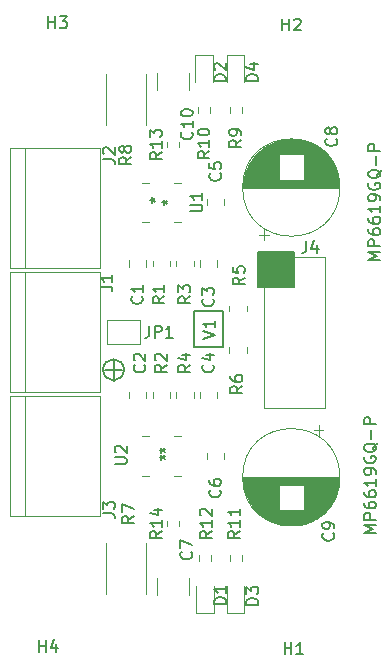
<source format=gbr>
%TF.GenerationSoftware,KiCad,Pcbnew,(6.0.0-rc1-124-g18b4ebcc17)*%
%TF.CreationDate,2021-11-27T01:21:43+01:00*%
%TF.ProjectId,2HBR_NG,32484252-5f4e-4472-9e6b-696361645f70,1*%
%TF.SameCoordinates,Original*%
%TF.FileFunction,Legend,Top*%
%TF.FilePolarity,Positive*%
%FSLAX46Y46*%
G04 Gerber Fmt 4.6, Leading zero omitted, Abs format (unit mm)*
G04 Created by KiCad (PCBNEW (6.0.0-rc1-124-g18b4ebcc17)) date 2021-11-27 01:21:43*
%MOMM*%
%LPD*%
G01*
G04 APERTURE LIST*
%ADD10C,0.150000*%
%ADD11C,0.120000*%
G04 APERTURE END LIST*
D10*
X154950000Y-82320000D02*
X154950000Y-84100000D01*
X161800000Y-78170000D02*
X164180000Y-78170000D01*
X164180000Y-78170000D02*
X164180000Y-81240000D01*
X164180000Y-81240000D02*
X161800000Y-81240000D01*
X161800000Y-81240000D02*
X161800000Y-78170000D01*
X154200000Y-83220000D02*
X155660000Y-83200000D01*
X155836002Y-83180000D02*
G75*
G03*
X155836002Y-83180000I-886002J0D01*
G01*
X167200000Y-73200000D02*
X170270000Y-73200000D01*
X170270000Y-73200000D02*
X170270000Y-76195000D01*
X170270000Y-76195000D02*
X167200000Y-76195000D01*
X167200000Y-76195000D02*
X167200000Y-73200000D01*
G36*
X167200000Y-73200000D02*
G01*
X170270000Y-73200000D01*
X170270000Y-76195000D01*
X167200000Y-76195000D01*
X167200000Y-73200000D01*
G37*
X162512380Y-80539523D02*
X163512380Y-80206190D01*
X162512380Y-79872857D01*
X163512380Y-79015714D02*
X163512380Y-79587142D01*
X163512380Y-79301428D02*
X162512380Y-79301428D01*
X162655238Y-79396666D01*
X162750476Y-79491904D01*
X162798095Y-79587142D01*
%TO.C,R13*%
X159022380Y-64742857D02*
X158546190Y-65076190D01*
X159022380Y-65314285D02*
X158022380Y-65314285D01*
X158022380Y-64933333D01*
X158070000Y-64838095D01*
X158117619Y-64790476D01*
X158212857Y-64742857D01*
X158355714Y-64742857D01*
X158450952Y-64790476D01*
X158498571Y-64838095D01*
X158546190Y-64933333D01*
X158546190Y-65314285D01*
X159022380Y-63790476D02*
X159022380Y-64361904D01*
X159022380Y-64076190D02*
X158022380Y-64076190D01*
X158165238Y-64171428D01*
X158260476Y-64266666D01*
X158308095Y-64361904D01*
X158022380Y-63457142D02*
X158022380Y-62838095D01*
X158403333Y-63171428D01*
X158403333Y-63028571D01*
X158450952Y-62933333D01*
X158498571Y-62885714D01*
X158593809Y-62838095D01*
X158831904Y-62838095D01*
X158927142Y-62885714D01*
X158974761Y-62933333D01*
X159022380Y-63028571D01*
X159022380Y-63314285D01*
X158974761Y-63409523D01*
X158927142Y-63457142D01*
%TO.C,D4*%
X167172380Y-58728095D02*
X166172380Y-58728095D01*
X166172380Y-58490000D01*
X166220000Y-58347142D01*
X166315238Y-58251904D01*
X166410476Y-58204285D01*
X166600952Y-58156666D01*
X166743809Y-58156666D01*
X166934285Y-58204285D01*
X167029523Y-58251904D01*
X167124761Y-58347142D01*
X167172380Y-58490000D01*
X167172380Y-58728095D01*
X166505714Y-57299523D02*
X167172380Y-57299523D01*
X166124761Y-57537619D02*
X166839047Y-57775714D01*
X166839047Y-57156666D01*
%TO.C,R1*%
X159252380Y-76966666D02*
X158776190Y-77300000D01*
X159252380Y-77538095D02*
X158252380Y-77538095D01*
X158252380Y-77157142D01*
X158300000Y-77061904D01*
X158347619Y-77014285D01*
X158442857Y-76966666D01*
X158585714Y-76966666D01*
X158680952Y-77014285D01*
X158728571Y-77061904D01*
X158776190Y-77157142D01*
X158776190Y-77538095D01*
X159252380Y-76014285D02*
X159252380Y-76585714D01*
X159252380Y-76300000D02*
X158252380Y-76300000D01*
X158395238Y-76395238D01*
X158490476Y-76490476D01*
X158538095Y-76585714D01*
%TO.C,R6*%
X165852380Y-84566666D02*
X165376190Y-84900000D01*
X165852380Y-85138095D02*
X164852380Y-85138095D01*
X164852380Y-84757142D01*
X164900000Y-84661904D01*
X164947619Y-84614285D01*
X165042857Y-84566666D01*
X165185714Y-84566666D01*
X165280952Y-84614285D01*
X165328571Y-84661904D01*
X165376190Y-84757142D01*
X165376190Y-85138095D01*
X164852380Y-83709523D02*
X164852380Y-83900000D01*
X164900000Y-83995238D01*
X164947619Y-84042857D01*
X165090476Y-84138095D01*
X165280952Y-84185714D01*
X165661904Y-84185714D01*
X165757142Y-84138095D01*
X165804761Y-84090476D01*
X165852380Y-83995238D01*
X165852380Y-83804761D01*
X165804761Y-83709523D01*
X165757142Y-83661904D01*
X165661904Y-83614285D01*
X165423809Y-83614285D01*
X165328571Y-83661904D01*
X165280952Y-83709523D01*
X165233333Y-83804761D01*
X165233333Y-83995238D01*
X165280952Y-84090476D01*
X165328571Y-84138095D01*
X165423809Y-84185714D01*
%TO.C,R7*%
X156652380Y-95566666D02*
X156176190Y-95900000D01*
X156652380Y-96138095D02*
X155652380Y-96138095D01*
X155652380Y-95757142D01*
X155700000Y-95661904D01*
X155747619Y-95614285D01*
X155842857Y-95566666D01*
X155985714Y-95566666D01*
X156080952Y-95614285D01*
X156128571Y-95661904D01*
X156176190Y-95757142D01*
X156176190Y-96138095D01*
X155652380Y-95233333D02*
X155652380Y-94566666D01*
X156652380Y-94995238D01*
%TO.C,C4*%
X163357142Y-82766666D02*
X163404761Y-82814285D01*
X163452380Y-82957142D01*
X163452380Y-83052380D01*
X163404761Y-83195238D01*
X163309523Y-83290476D01*
X163214285Y-83338095D01*
X163023809Y-83385714D01*
X162880952Y-83385714D01*
X162690476Y-83338095D01*
X162595238Y-83290476D01*
X162500000Y-83195238D01*
X162452380Y-83052380D01*
X162452380Y-82957142D01*
X162500000Y-82814285D01*
X162547619Y-82766666D01*
X162785714Y-81909523D02*
X163452380Y-81909523D01*
X162404761Y-82147619D02*
X163119047Y-82385714D01*
X163119047Y-81766666D01*
%TO.C,C5*%
X163967142Y-66546666D02*
X164014761Y-66594285D01*
X164062380Y-66737142D01*
X164062380Y-66832380D01*
X164014761Y-66975238D01*
X163919523Y-67070476D01*
X163824285Y-67118095D01*
X163633809Y-67165714D01*
X163490952Y-67165714D01*
X163300476Y-67118095D01*
X163205238Y-67070476D01*
X163110000Y-66975238D01*
X163062380Y-66832380D01*
X163062380Y-66737142D01*
X163110000Y-66594285D01*
X163157619Y-66546666D01*
X163062380Y-65641904D02*
X163062380Y-66118095D01*
X163538571Y-66165714D01*
X163490952Y-66118095D01*
X163443333Y-66022857D01*
X163443333Y-65784761D01*
X163490952Y-65689523D01*
X163538571Y-65641904D01*
X163633809Y-65594285D01*
X163871904Y-65594285D01*
X163967142Y-65641904D01*
X164014761Y-65689523D01*
X164062380Y-65784761D01*
X164062380Y-66022857D01*
X164014761Y-66118095D01*
X163967142Y-66165714D01*
%TO.C,C8*%
X173797142Y-63616666D02*
X173844761Y-63664285D01*
X173892380Y-63807142D01*
X173892380Y-63902380D01*
X173844761Y-64045238D01*
X173749523Y-64140476D01*
X173654285Y-64188095D01*
X173463809Y-64235714D01*
X173320952Y-64235714D01*
X173130476Y-64188095D01*
X173035238Y-64140476D01*
X172940000Y-64045238D01*
X172892380Y-63902380D01*
X172892380Y-63807142D01*
X172940000Y-63664285D01*
X172987619Y-63616666D01*
X173320952Y-63045238D02*
X173273333Y-63140476D01*
X173225714Y-63188095D01*
X173130476Y-63235714D01*
X173082857Y-63235714D01*
X172987619Y-63188095D01*
X172940000Y-63140476D01*
X172892380Y-63045238D01*
X172892380Y-62854761D01*
X172940000Y-62759523D01*
X172987619Y-62711904D01*
X173082857Y-62664285D01*
X173130476Y-62664285D01*
X173225714Y-62711904D01*
X173273333Y-62759523D01*
X173320952Y-62854761D01*
X173320952Y-63045238D01*
X173368571Y-63140476D01*
X173416190Y-63188095D01*
X173511428Y-63235714D01*
X173701904Y-63235714D01*
X173797142Y-63188095D01*
X173844761Y-63140476D01*
X173892380Y-63045238D01*
X173892380Y-62854761D01*
X173844761Y-62759523D01*
X173797142Y-62711904D01*
X173701904Y-62664285D01*
X173511428Y-62664285D01*
X173416190Y-62711904D01*
X173368571Y-62759523D01*
X173320952Y-62854761D01*
%TO.C,R4*%
X161452380Y-82766666D02*
X160976190Y-83100000D01*
X161452380Y-83338095D02*
X160452380Y-83338095D01*
X160452380Y-82957142D01*
X160500000Y-82861904D01*
X160547619Y-82814285D01*
X160642857Y-82766666D01*
X160785714Y-82766666D01*
X160880952Y-82814285D01*
X160928571Y-82861904D01*
X160976190Y-82957142D01*
X160976190Y-83338095D01*
X160785714Y-81909523D02*
X161452380Y-81909523D01*
X160404761Y-82147619D02*
X161119047Y-82385714D01*
X161119047Y-81766666D01*
%TO.C,C10*%
X161557142Y-63042857D02*
X161604761Y-63090476D01*
X161652380Y-63233333D01*
X161652380Y-63328571D01*
X161604761Y-63471428D01*
X161509523Y-63566666D01*
X161414285Y-63614285D01*
X161223809Y-63661904D01*
X161080952Y-63661904D01*
X160890476Y-63614285D01*
X160795238Y-63566666D01*
X160700000Y-63471428D01*
X160652380Y-63328571D01*
X160652380Y-63233333D01*
X160700000Y-63090476D01*
X160747619Y-63042857D01*
X161652380Y-62090476D02*
X161652380Y-62661904D01*
X161652380Y-62376190D02*
X160652380Y-62376190D01*
X160795238Y-62471428D01*
X160890476Y-62566666D01*
X160938095Y-62661904D01*
X160652380Y-61471428D02*
X160652380Y-61376190D01*
X160700000Y-61280952D01*
X160747619Y-61233333D01*
X160842857Y-61185714D01*
X161033333Y-61138095D01*
X161271428Y-61138095D01*
X161461904Y-61185714D01*
X161557142Y-61233333D01*
X161604761Y-61280952D01*
X161652380Y-61376190D01*
X161652380Y-61471428D01*
X161604761Y-61566666D01*
X161557142Y-61614285D01*
X161461904Y-61661904D01*
X161271428Y-61709523D01*
X161033333Y-61709523D01*
X160842857Y-61661904D01*
X160747619Y-61614285D01*
X160700000Y-61566666D01*
X160652380Y-61471428D01*
%TO.C,U1*%
X161452380Y-69761904D02*
X162261904Y-69761904D01*
X162357142Y-69714285D01*
X162404761Y-69666666D01*
X162452380Y-69571428D01*
X162452380Y-69380952D01*
X162404761Y-69285714D01*
X162357142Y-69238095D01*
X162261904Y-69190476D01*
X161452380Y-69190476D01*
X162452380Y-68190476D02*
X162452380Y-68761904D01*
X162452380Y-68476190D02*
X161452380Y-68476190D01*
X161595238Y-68571428D01*
X161690476Y-68666666D01*
X161738095Y-68761904D01*
X177522380Y-73850952D02*
X176522380Y-73850952D01*
X177236666Y-73517619D01*
X176522380Y-73184285D01*
X177522380Y-73184285D01*
X177522380Y-72708095D02*
X176522380Y-72708095D01*
X176522380Y-72327142D01*
X176570000Y-72231904D01*
X176617619Y-72184285D01*
X176712857Y-72136666D01*
X176855714Y-72136666D01*
X176950952Y-72184285D01*
X176998571Y-72231904D01*
X177046190Y-72327142D01*
X177046190Y-72708095D01*
X176522380Y-71279523D02*
X176522380Y-71470000D01*
X176570000Y-71565238D01*
X176617619Y-71612857D01*
X176760476Y-71708095D01*
X176950952Y-71755714D01*
X177331904Y-71755714D01*
X177427142Y-71708095D01*
X177474761Y-71660476D01*
X177522380Y-71565238D01*
X177522380Y-71374761D01*
X177474761Y-71279523D01*
X177427142Y-71231904D01*
X177331904Y-71184285D01*
X177093809Y-71184285D01*
X176998571Y-71231904D01*
X176950952Y-71279523D01*
X176903333Y-71374761D01*
X176903333Y-71565238D01*
X176950952Y-71660476D01*
X176998571Y-71708095D01*
X177093809Y-71755714D01*
X176522380Y-70327142D02*
X176522380Y-70517619D01*
X176570000Y-70612857D01*
X176617619Y-70660476D01*
X176760476Y-70755714D01*
X176950952Y-70803333D01*
X177331904Y-70803333D01*
X177427142Y-70755714D01*
X177474761Y-70708095D01*
X177522380Y-70612857D01*
X177522380Y-70422380D01*
X177474761Y-70327142D01*
X177427142Y-70279523D01*
X177331904Y-70231904D01*
X177093809Y-70231904D01*
X176998571Y-70279523D01*
X176950952Y-70327142D01*
X176903333Y-70422380D01*
X176903333Y-70612857D01*
X176950952Y-70708095D01*
X176998571Y-70755714D01*
X177093809Y-70803333D01*
X177522380Y-69279523D02*
X177522380Y-69850952D01*
X177522380Y-69565238D02*
X176522380Y-69565238D01*
X176665238Y-69660476D01*
X176760476Y-69755714D01*
X176808095Y-69850952D01*
X177522380Y-68803333D02*
X177522380Y-68612857D01*
X177474761Y-68517619D01*
X177427142Y-68470000D01*
X177284285Y-68374761D01*
X177093809Y-68327142D01*
X176712857Y-68327142D01*
X176617619Y-68374761D01*
X176570000Y-68422380D01*
X176522380Y-68517619D01*
X176522380Y-68708095D01*
X176570000Y-68803333D01*
X176617619Y-68850952D01*
X176712857Y-68898571D01*
X176950952Y-68898571D01*
X177046190Y-68850952D01*
X177093809Y-68803333D01*
X177141428Y-68708095D01*
X177141428Y-68517619D01*
X177093809Y-68422380D01*
X177046190Y-68374761D01*
X176950952Y-68327142D01*
X176570000Y-67374761D02*
X176522380Y-67470000D01*
X176522380Y-67612857D01*
X176570000Y-67755714D01*
X176665238Y-67850952D01*
X176760476Y-67898571D01*
X176950952Y-67946190D01*
X177093809Y-67946190D01*
X177284285Y-67898571D01*
X177379523Y-67850952D01*
X177474761Y-67755714D01*
X177522380Y-67612857D01*
X177522380Y-67517619D01*
X177474761Y-67374761D01*
X177427142Y-67327142D01*
X177093809Y-67327142D01*
X177093809Y-67517619D01*
X177617619Y-66231904D02*
X177570000Y-66327142D01*
X177474761Y-66422380D01*
X177331904Y-66565238D01*
X177284285Y-66660476D01*
X177284285Y-66755714D01*
X177522380Y-66708095D02*
X177474761Y-66803333D01*
X177379523Y-66898571D01*
X177189047Y-66946190D01*
X176855714Y-66946190D01*
X176665238Y-66898571D01*
X176570000Y-66803333D01*
X176522380Y-66708095D01*
X176522380Y-66517619D01*
X176570000Y-66422380D01*
X176665238Y-66327142D01*
X176855714Y-66279523D01*
X177189047Y-66279523D01*
X177379523Y-66327142D01*
X177474761Y-66422380D01*
X177522380Y-66517619D01*
X177522380Y-66708095D01*
X177141428Y-65850952D02*
X177141428Y-65089047D01*
X177522380Y-64612857D02*
X176522380Y-64612857D01*
X176522380Y-64231904D01*
X176570000Y-64136666D01*
X176617619Y-64089047D01*
X176712857Y-64041428D01*
X176855714Y-64041428D01*
X176950952Y-64089047D01*
X176998571Y-64136666D01*
X177046190Y-64231904D01*
X177046190Y-64612857D01*
X158052380Y-68800000D02*
X158290476Y-68800000D01*
X158195238Y-69038095D02*
X158290476Y-68800000D01*
X158195238Y-68561904D01*
X158480952Y-68942857D02*
X158290476Y-68800000D01*
X158480952Y-68657142D01*
X159052380Y-69000000D02*
X159290476Y-69000000D01*
X159195238Y-69238095D02*
X159290476Y-69000000D01*
X159195238Y-68761904D01*
X159480952Y-69142857D02*
X159290476Y-69000000D01*
X159480952Y-68857142D01*
%TO.C,R8*%
X156452380Y-65166666D02*
X155976190Y-65500000D01*
X156452380Y-65738095D02*
X155452380Y-65738095D01*
X155452380Y-65357142D01*
X155500000Y-65261904D01*
X155547619Y-65214285D01*
X155642857Y-65166666D01*
X155785714Y-65166666D01*
X155880952Y-65214285D01*
X155928571Y-65261904D01*
X155976190Y-65357142D01*
X155976190Y-65738095D01*
X155880952Y-64595238D02*
X155833333Y-64690476D01*
X155785714Y-64738095D01*
X155690476Y-64785714D01*
X155642857Y-64785714D01*
X155547619Y-64738095D01*
X155500000Y-64690476D01*
X155452380Y-64595238D01*
X155452380Y-64404761D01*
X155500000Y-64309523D01*
X155547619Y-64261904D01*
X155642857Y-64214285D01*
X155690476Y-64214285D01*
X155785714Y-64261904D01*
X155833333Y-64309523D01*
X155880952Y-64404761D01*
X155880952Y-64595238D01*
X155928571Y-64690476D01*
X155976190Y-64738095D01*
X156071428Y-64785714D01*
X156261904Y-64785714D01*
X156357142Y-64738095D01*
X156404761Y-64690476D01*
X156452380Y-64595238D01*
X156452380Y-64404761D01*
X156404761Y-64309523D01*
X156357142Y-64261904D01*
X156261904Y-64214285D01*
X156071428Y-64214285D01*
X155976190Y-64261904D01*
X155928571Y-64309523D01*
X155880952Y-64404761D01*
%TO.C,J3*%
X154052380Y-95333333D02*
X154766666Y-95333333D01*
X154909523Y-95380952D01*
X155004761Y-95476190D01*
X155052380Y-95619047D01*
X155052380Y-95714285D01*
X154052380Y-94952380D02*
X154052380Y-94333333D01*
X154433333Y-94666666D01*
X154433333Y-94523809D01*
X154480952Y-94428571D01*
X154528571Y-94380952D01*
X154623809Y-94333333D01*
X154861904Y-94333333D01*
X154957142Y-94380952D01*
X155004761Y-94428571D01*
X155052380Y-94523809D01*
X155052380Y-94809523D01*
X155004761Y-94904761D01*
X154957142Y-94952380D01*
%TO.C,J1*%
X153852380Y-76133333D02*
X154566666Y-76133333D01*
X154709523Y-76180952D01*
X154804761Y-76276190D01*
X154852380Y-76419047D01*
X154852380Y-76514285D01*
X154852380Y-75133333D02*
X154852380Y-75704761D01*
X154852380Y-75419047D02*
X153852380Y-75419047D01*
X153995238Y-75514285D01*
X154090476Y-75609523D01*
X154138095Y-75704761D01*
%TO.C,R10*%
X163072380Y-64672857D02*
X162596190Y-65006190D01*
X163072380Y-65244285D02*
X162072380Y-65244285D01*
X162072380Y-64863333D01*
X162120000Y-64768095D01*
X162167619Y-64720476D01*
X162262857Y-64672857D01*
X162405714Y-64672857D01*
X162500952Y-64720476D01*
X162548571Y-64768095D01*
X162596190Y-64863333D01*
X162596190Y-65244285D01*
X163072380Y-63720476D02*
X163072380Y-64291904D01*
X163072380Y-64006190D02*
X162072380Y-64006190D01*
X162215238Y-64101428D01*
X162310476Y-64196666D01*
X162358095Y-64291904D01*
X162072380Y-63101428D02*
X162072380Y-63006190D01*
X162120000Y-62910952D01*
X162167619Y-62863333D01*
X162262857Y-62815714D01*
X162453333Y-62768095D01*
X162691428Y-62768095D01*
X162881904Y-62815714D01*
X162977142Y-62863333D01*
X163024761Y-62910952D01*
X163072380Y-63006190D01*
X163072380Y-63101428D01*
X163024761Y-63196666D01*
X162977142Y-63244285D01*
X162881904Y-63291904D01*
X162691428Y-63339523D01*
X162453333Y-63339523D01*
X162262857Y-63291904D01*
X162167619Y-63244285D01*
X162120000Y-63196666D01*
X162072380Y-63101428D01*
%TO.C,C3*%
X163357142Y-77166666D02*
X163404761Y-77214285D01*
X163452380Y-77357142D01*
X163452380Y-77452380D01*
X163404761Y-77595238D01*
X163309523Y-77690476D01*
X163214285Y-77738095D01*
X163023809Y-77785714D01*
X162880952Y-77785714D01*
X162690476Y-77738095D01*
X162595238Y-77690476D01*
X162500000Y-77595238D01*
X162452380Y-77452380D01*
X162452380Y-77357142D01*
X162500000Y-77214285D01*
X162547619Y-77166666D01*
X162452380Y-76833333D02*
X162452380Y-76214285D01*
X162833333Y-76547619D01*
X162833333Y-76404761D01*
X162880952Y-76309523D01*
X162928571Y-76261904D01*
X163023809Y-76214285D01*
X163261904Y-76214285D01*
X163357142Y-76261904D01*
X163404761Y-76309523D01*
X163452380Y-76404761D01*
X163452380Y-76690476D01*
X163404761Y-76785714D01*
X163357142Y-76833333D01*
%TO.C,H4*%
X148638095Y-107052380D02*
X148638095Y-106052380D01*
X148638095Y-106528571D02*
X149209523Y-106528571D01*
X149209523Y-107052380D02*
X149209523Y-106052380D01*
X150114285Y-106385714D02*
X150114285Y-107052380D01*
X149876190Y-106004761D02*
X149638095Y-106719047D01*
X150257142Y-106719047D01*
%TO.C,C7*%
X161527142Y-98586666D02*
X161574761Y-98634285D01*
X161622380Y-98777142D01*
X161622380Y-98872380D01*
X161574761Y-99015238D01*
X161479523Y-99110476D01*
X161384285Y-99158095D01*
X161193809Y-99205714D01*
X161050952Y-99205714D01*
X160860476Y-99158095D01*
X160765238Y-99110476D01*
X160670000Y-99015238D01*
X160622380Y-98872380D01*
X160622380Y-98777142D01*
X160670000Y-98634285D01*
X160717619Y-98586666D01*
X160622380Y-98253333D02*
X160622380Y-97586666D01*
X161622380Y-98015238D01*
%TO.C,R3*%
X161452380Y-76966666D02*
X160976190Y-77300000D01*
X161452380Y-77538095D02*
X160452380Y-77538095D01*
X160452380Y-77157142D01*
X160500000Y-77061904D01*
X160547619Y-77014285D01*
X160642857Y-76966666D01*
X160785714Y-76966666D01*
X160880952Y-77014285D01*
X160928571Y-77061904D01*
X160976190Y-77157142D01*
X160976190Y-77538095D01*
X160452380Y-76633333D02*
X160452380Y-76014285D01*
X160833333Y-76347619D01*
X160833333Y-76204761D01*
X160880952Y-76109523D01*
X160928571Y-76061904D01*
X161023809Y-76014285D01*
X161261904Y-76014285D01*
X161357142Y-76061904D01*
X161404761Y-76109523D01*
X161452380Y-76204761D01*
X161452380Y-76490476D01*
X161404761Y-76585714D01*
X161357142Y-76633333D01*
%TO.C,C6*%
X163957142Y-93366666D02*
X164004761Y-93414285D01*
X164052380Y-93557142D01*
X164052380Y-93652380D01*
X164004761Y-93795238D01*
X163909523Y-93890476D01*
X163814285Y-93938095D01*
X163623809Y-93985714D01*
X163480952Y-93985714D01*
X163290476Y-93938095D01*
X163195238Y-93890476D01*
X163100000Y-93795238D01*
X163052380Y-93652380D01*
X163052380Y-93557142D01*
X163100000Y-93414285D01*
X163147619Y-93366666D01*
X163052380Y-92509523D02*
X163052380Y-92700000D01*
X163100000Y-92795238D01*
X163147619Y-92842857D01*
X163290476Y-92938095D01*
X163480952Y-92985714D01*
X163861904Y-92985714D01*
X163957142Y-92938095D01*
X164004761Y-92890476D01*
X164052380Y-92795238D01*
X164052380Y-92604761D01*
X164004761Y-92509523D01*
X163957142Y-92461904D01*
X163861904Y-92414285D01*
X163623809Y-92414285D01*
X163528571Y-92461904D01*
X163480952Y-92509523D01*
X163433333Y-92604761D01*
X163433333Y-92795238D01*
X163480952Y-92890476D01*
X163528571Y-92938095D01*
X163623809Y-92985714D01*
%TO.C,H3*%
X149438095Y-54252380D02*
X149438095Y-53252380D01*
X149438095Y-53728571D02*
X150009523Y-53728571D01*
X150009523Y-54252380D02*
X150009523Y-53252380D01*
X150390476Y-53252380D02*
X151009523Y-53252380D01*
X150676190Y-53633333D01*
X150819047Y-53633333D01*
X150914285Y-53680952D01*
X150961904Y-53728571D01*
X151009523Y-53823809D01*
X151009523Y-54061904D01*
X150961904Y-54157142D01*
X150914285Y-54204761D01*
X150819047Y-54252380D01*
X150533333Y-54252380D01*
X150438095Y-54204761D01*
X150390476Y-54157142D01*
%TO.C,D2*%
X164462380Y-58738095D02*
X163462380Y-58738095D01*
X163462380Y-58500000D01*
X163510000Y-58357142D01*
X163605238Y-58261904D01*
X163700476Y-58214285D01*
X163890952Y-58166666D01*
X164033809Y-58166666D01*
X164224285Y-58214285D01*
X164319523Y-58261904D01*
X164414761Y-58357142D01*
X164462380Y-58500000D01*
X164462380Y-58738095D01*
X163557619Y-57785714D02*
X163510000Y-57738095D01*
X163462380Y-57642857D01*
X163462380Y-57404761D01*
X163510000Y-57309523D01*
X163557619Y-57261904D01*
X163652857Y-57214285D01*
X163748095Y-57214285D01*
X163890952Y-57261904D01*
X164462380Y-57833333D01*
X164462380Y-57214285D01*
%TO.C,R11*%
X165652380Y-96842857D02*
X165176190Y-97176190D01*
X165652380Y-97414285D02*
X164652380Y-97414285D01*
X164652380Y-97033333D01*
X164700000Y-96938095D01*
X164747619Y-96890476D01*
X164842857Y-96842857D01*
X164985714Y-96842857D01*
X165080952Y-96890476D01*
X165128571Y-96938095D01*
X165176190Y-97033333D01*
X165176190Y-97414285D01*
X165652380Y-95890476D02*
X165652380Y-96461904D01*
X165652380Y-96176190D02*
X164652380Y-96176190D01*
X164795238Y-96271428D01*
X164890476Y-96366666D01*
X164938095Y-96461904D01*
X165652380Y-94938095D02*
X165652380Y-95509523D01*
X165652380Y-95223809D02*
X164652380Y-95223809D01*
X164795238Y-95319047D01*
X164890476Y-95414285D01*
X164938095Y-95509523D01*
%TO.C,U2*%
X155052380Y-91161904D02*
X155861904Y-91161904D01*
X155957142Y-91114285D01*
X156004761Y-91066666D01*
X156052380Y-90971428D01*
X156052380Y-90780952D01*
X156004761Y-90685714D01*
X155957142Y-90638095D01*
X155861904Y-90590476D01*
X155052380Y-90590476D01*
X155147619Y-90161904D02*
X155100000Y-90114285D01*
X155052380Y-90019047D01*
X155052380Y-89780952D01*
X155100000Y-89685714D01*
X155147619Y-89638095D01*
X155242857Y-89590476D01*
X155338095Y-89590476D01*
X155480952Y-89638095D01*
X156052380Y-90209523D01*
X156052380Y-89590476D01*
X177172380Y-97010952D02*
X176172380Y-97010952D01*
X176886666Y-96677619D01*
X176172380Y-96344285D01*
X177172380Y-96344285D01*
X177172380Y-95868095D02*
X176172380Y-95868095D01*
X176172380Y-95487142D01*
X176220000Y-95391904D01*
X176267619Y-95344285D01*
X176362857Y-95296666D01*
X176505714Y-95296666D01*
X176600952Y-95344285D01*
X176648571Y-95391904D01*
X176696190Y-95487142D01*
X176696190Y-95868095D01*
X176172380Y-94439523D02*
X176172380Y-94630000D01*
X176220000Y-94725238D01*
X176267619Y-94772857D01*
X176410476Y-94868095D01*
X176600952Y-94915714D01*
X176981904Y-94915714D01*
X177077142Y-94868095D01*
X177124761Y-94820476D01*
X177172380Y-94725238D01*
X177172380Y-94534761D01*
X177124761Y-94439523D01*
X177077142Y-94391904D01*
X176981904Y-94344285D01*
X176743809Y-94344285D01*
X176648571Y-94391904D01*
X176600952Y-94439523D01*
X176553333Y-94534761D01*
X176553333Y-94725238D01*
X176600952Y-94820476D01*
X176648571Y-94868095D01*
X176743809Y-94915714D01*
X176172380Y-93487142D02*
X176172380Y-93677619D01*
X176220000Y-93772857D01*
X176267619Y-93820476D01*
X176410476Y-93915714D01*
X176600952Y-93963333D01*
X176981904Y-93963333D01*
X177077142Y-93915714D01*
X177124761Y-93868095D01*
X177172380Y-93772857D01*
X177172380Y-93582380D01*
X177124761Y-93487142D01*
X177077142Y-93439523D01*
X176981904Y-93391904D01*
X176743809Y-93391904D01*
X176648571Y-93439523D01*
X176600952Y-93487142D01*
X176553333Y-93582380D01*
X176553333Y-93772857D01*
X176600952Y-93868095D01*
X176648571Y-93915714D01*
X176743809Y-93963333D01*
X177172380Y-92439523D02*
X177172380Y-93010952D01*
X177172380Y-92725238D02*
X176172380Y-92725238D01*
X176315238Y-92820476D01*
X176410476Y-92915714D01*
X176458095Y-93010952D01*
X177172380Y-91963333D02*
X177172380Y-91772857D01*
X177124761Y-91677619D01*
X177077142Y-91630000D01*
X176934285Y-91534761D01*
X176743809Y-91487142D01*
X176362857Y-91487142D01*
X176267619Y-91534761D01*
X176220000Y-91582380D01*
X176172380Y-91677619D01*
X176172380Y-91868095D01*
X176220000Y-91963333D01*
X176267619Y-92010952D01*
X176362857Y-92058571D01*
X176600952Y-92058571D01*
X176696190Y-92010952D01*
X176743809Y-91963333D01*
X176791428Y-91868095D01*
X176791428Y-91677619D01*
X176743809Y-91582380D01*
X176696190Y-91534761D01*
X176600952Y-91487142D01*
X176220000Y-90534761D02*
X176172380Y-90630000D01*
X176172380Y-90772857D01*
X176220000Y-90915714D01*
X176315238Y-91010952D01*
X176410476Y-91058571D01*
X176600952Y-91106190D01*
X176743809Y-91106190D01*
X176934285Y-91058571D01*
X177029523Y-91010952D01*
X177124761Y-90915714D01*
X177172380Y-90772857D01*
X177172380Y-90677619D01*
X177124761Y-90534761D01*
X177077142Y-90487142D01*
X176743809Y-90487142D01*
X176743809Y-90677619D01*
X177267619Y-89391904D02*
X177220000Y-89487142D01*
X177124761Y-89582380D01*
X176981904Y-89725238D01*
X176934285Y-89820476D01*
X176934285Y-89915714D01*
X177172380Y-89868095D02*
X177124761Y-89963333D01*
X177029523Y-90058571D01*
X176839047Y-90106190D01*
X176505714Y-90106190D01*
X176315238Y-90058571D01*
X176220000Y-89963333D01*
X176172380Y-89868095D01*
X176172380Y-89677619D01*
X176220000Y-89582380D01*
X176315238Y-89487142D01*
X176505714Y-89439523D01*
X176839047Y-89439523D01*
X177029523Y-89487142D01*
X177124761Y-89582380D01*
X177172380Y-89677619D01*
X177172380Y-89868095D01*
X176791428Y-89010952D02*
X176791428Y-88249047D01*
X177172380Y-87772857D02*
X176172380Y-87772857D01*
X176172380Y-87391904D01*
X176220000Y-87296666D01*
X176267619Y-87249047D01*
X176362857Y-87201428D01*
X176505714Y-87201428D01*
X176600952Y-87249047D01*
X176648571Y-87296666D01*
X176696190Y-87391904D01*
X176696190Y-87772857D01*
X158852380Y-90600000D02*
X159090476Y-90600000D01*
X158995238Y-90838095D02*
X159090476Y-90600000D01*
X158995238Y-90361904D01*
X159280952Y-90742857D02*
X159090476Y-90600000D01*
X159280952Y-90457142D01*
X158852380Y-90000000D02*
X159090476Y-90000000D01*
X158995238Y-90238095D02*
X159090476Y-90000000D01*
X158995238Y-89761904D01*
X159280952Y-90142857D02*
X159090476Y-90000000D01*
X159280952Y-89857142D01*
%TO.C,R14*%
X159052380Y-96842857D02*
X158576190Y-97176190D01*
X159052380Y-97414285D02*
X158052380Y-97414285D01*
X158052380Y-97033333D01*
X158100000Y-96938095D01*
X158147619Y-96890476D01*
X158242857Y-96842857D01*
X158385714Y-96842857D01*
X158480952Y-96890476D01*
X158528571Y-96938095D01*
X158576190Y-97033333D01*
X158576190Y-97414285D01*
X159052380Y-95890476D02*
X159052380Y-96461904D01*
X159052380Y-96176190D02*
X158052380Y-96176190D01*
X158195238Y-96271428D01*
X158290476Y-96366666D01*
X158338095Y-96461904D01*
X158385714Y-95033333D02*
X159052380Y-95033333D01*
X158004761Y-95271428D02*
X158719047Y-95509523D01*
X158719047Y-94890476D01*
%TO.C,J4*%
X171266666Y-72252380D02*
X171266666Y-72966666D01*
X171219047Y-73109523D01*
X171123809Y-73204761D01*
X170980952Y-73252380D01*
X170885714Y-73252380D01*
X172171428Y-72585714D02*
X172171428Y-73252380D01*
X171933333Y-72204761D02*
X171695238Y-72919047D01*
X172314285Y-72919047D01*
%TO.C,R5*%
X166052380Y-75366666D02*
X165576190Y-75700000D01*
X166052380Y-75938095D02*
X165052380Y-75938095D01*
X165052380Y-75557142D01*
X165100000Y-75461904D01*
X165147619Y-75414285D01*
X165242857Y-75366666D01*
X165385714Y-75366666D01*
X165480952Y-75414285D01*
X165528571Y-75461904D01*
X165576190Y-75557142D01*
X165576190Y-75938095D01*
X165052380Y-74461904D02*
X165052380Y-74938095D01*
X165528571Y-74985714D01*
X165480952Y-74938095D01*
X165433333Y-74842857D01*
X165433333Y-74604761D01*
X165480952Y-74509523D01*
X165528571Y-74461904D01*
X165623809Y-74414285D01*
X165861904Y-74414285D01*
X165957142Y-74461904D01*
X166004761Y-74509523D01*
X166052380Y-74604761D01*
X166052380Y-74842857D01*
X166004761Y-74938095D01*
X165957142Y-74985714D01*
%TO.C,R9*%
X165762380Y-63736666D02*
X165286190Y-64070000D01*
X165762380Y-64308095D02*
X164762380Y-64308095D01*
X164762380Y-63927142D01*
X164810000Y-63831904D01*
X164857619Y-63784285D01*
X164952857Y-63736666D01*
X165095714Y-63736666D01*
X165190952Y-63784285D01*
X165238571Y-63831904D01*
X165286190Y-63927142D01*
X165286190Y-64308095D01*
X165762380Y-63260476D02*
X165762380Y-63070000D01*
X165714761Y-62974761D01*
X165667142Y-62927142D01*
X165524285Y-62831904D01*
X165333809Y-62784285D01*
X164952857Y-62784285D01*
X164857619Y-62831904D01*
X164810000Y-62879523D01*
X164762380Y-62974761D01*
X164762380Y-63165238D01*
X164810000Y-63260476D01*
X164857619Y-63308095D01*
X164952857Y-63355714D01*
X165190952Y-63355714D01*
X165286190Y-63308095D01*
X165333809Y-63260476D01*
X165381428Y-63165238D01*
X165381428Y-62974761D01*
X165333809Y-62879523D01*
X165286190Y-62831904D01*
X165190952Y-62784285D01*
%TO.C,C9*%
X173547142Y-97016666D02*
X173594761Y-97064285D01*
X173642380Y-97207142D01*
X173642380Y-97302380D01*
X173594761Y-97445238D01*
X173499523Y-97540476D01*
X173404285Y-97588095D01*
X173213809Y-97635714D01*
X173070952Y-97635714D01*
X172880476Y-97588095D01*
X172785238Y-97540476D01*
X172690000Y-97445238D01*
X172642380Y-97302380D01*
X172642380Y-97207142D01*
X172690000Y-97064285D01*
X172737619Y-97016666D01*
X173642380Y-96540476D02*
X173642380Y-96350000D01*
X173594761Y-96254761D01*
X173547142Y-96207142D01*
X173404285Y-96111904D01*
X173213809Y-96064285D01*
X172832857Y-96064285D01*
X172737619Y-96111904D01*
X172690000Y-96159523D01*
X172642380Y-96254761D01*
X172642380Y-96445238D01*
X172690000Y-96540476D01*
X172737619Y-96588095D01*
X172832857Y-96635714D01*
X173070952Y-96635714D01*
X173166190Y-96588095D01*
X173213809Y-96540476D01*
X173261428Y-96445238D01*
X173261428Y-96254761D01*
X173213809Y-96159523D01*
X173166190Y-96111904D01*
X173070952Y-96064285D01*
%TO.C,JP1*%
X157966666Y-79452380D02*
X157966666Y-80166666D01*
X157919047Y-80309523D01*
X157823809Y-80404761D01*
X157680952Y-80452380D01*
X157585714Y-80452380D01*
X158442857Y-80452380D02*
X158442857Y-79452380D01*
X158823809Y-79452380D01*
X158919047Y-79500000D01*
X158966666Y-79547619D01*
X159014285Y-79642857D01*
X159014285Y-79785714D01*
X158966666Y-79880952D01*
X158919047Y-79928571D01*
X158823809Y-79976190D01*
X158442857Y-79976190D01*
X159966666Y-80452380D02*
X159395238Y-80452380D01*
X159680952Y-80452380D02*
X159680952Y-79452380D01*
X159585714Y-79595238D01*
X159490476Y-79690476D01*
X159395238Y-79738095D01*
%TO.C,H2*%
X169238095Y-54452380D02*
X169238095Y-53452380D01*
X169238095Y-53928571D02*
X169809523Y-53928571D01*
X169809523Y-54452380D02*
X169809523Y-53452380D01*
X170238095Y-53547619D02*
X170285714Y-53500000D01*
X170380952Y-53452380D01*
X170619047Y-53452380D01*
X170714285Y-53500000D01*
X170761904Y-53547619D01*
X170809523Y-53642857D01*
X170809523Y-53738095D01*
X170761904Y-53880952D01*
X170190476Y-54452380D01*
X170809523Y-54452380D01*
%TO.C,C1*%
X157357142Y-76966666D02*
X157404761Y-77014285D01*
X157452380Y-77157142D01*
X157452380Y-77252380D01*
X157404761Y-77395238D01*
X157309523Y-77490476D01*
X157214285Y-77538095D01*
X157023809Y-77585714D01*
X156880952Y-77585714D01*
X156690476Y-77538095D01*
X156595238Y-77490476D01*
X156500000Y-77395238D01*
X156452380Y-77252380D01*
X156452380Y-77157142D01*
X156500000Y-77014285D01*
X156547619Y-76966666D01*
X157452380Y-76014285D02*
X157452380Y-76585714D01*
X157452380Y-76300000D02*
X156452380Y-76300000D01*
X156595238Y-76395238D01*
X156690476Y-76490476D01*
X156738095Y-76585714D01*
%TO.C,J2*%
X154052380Y-65333333D02*
X154766666Y-65333333D01*
X154909523Y-65380952D01*
X155004761Y-65476190D01*
X155052380Y-65619047D01*
X155052380Y-65714285D01*
X154147619Y-64904761D02*
X154100000Y-64857142D01*
X154052380Y-64761904D01*
X154052380Y-64523809D01*
X154100000Y-64428571D01*
X154147619Y-64380952D01*
X154242857Y-64333333D01*
X154338095Y-64333333D01*
X154480952Y-64380952D01*
X155052380Y-64952380D01*
X155052380Y-64333333D01*
%TO.C,D1*%
X164482380Y-103018095D02*
X163482380Y-103018095D01*
X163482380Y-102780000D01*
X163530000Y-102637142D01*
X163625238Y-102541904D01*
X163720476Y-102494285D01*
X163910952Y-102446666D01*
X164053809Y-102446666D01*
X164244285Y-102494285D01*
X164339523Y-102541904D01*
X164434761Y-102637142D01*
X164482380Y-102780000D01*
X164482380Y-103018095D01*
X164482380Y-101494285D02*
X164482380Y-102065714D01*
X164482380Y-101780000D02*
X163482380Y-101780000D01*
X163625238Y-101875238D01*
X163720476Y-101970476D01*
X163768095Y-102065714D01*
%TO.C,R2*%
X159452380Y-82766666D02*
X158976190Y-83100000D01*
X159452380Y-83338095D02*
X158452380Y-83338095D01*
X158452380Y-82957142D01*
X158500000Y-82861904D01*
X158547619Y-82814285D01*
X158642857Y-82766666D01*
X158785714Y-82766666D01*
X158880952Y-82814285D01*
X158928571Y-82861904D01*
X158976190Y-82957142D01*
X158976190Y-83338095D01*
X158547619Y-82385714D02*
X158500000Y-82338095D01*
X158452380Y-82242857D01*
X158452380Y-82004761D01*
X158500000Y-81909523D01*
X158547619Y-81861904D01*
X158642857Y-81814285D01*
X158738095Y-81814285D01*
X158880952Y-81861904D01*
X159452380Y-82433333D01*
X159452380Y-81814285D01*
%TO.C,D3*%
X167192380Y-103068095D02*
X166192380Y-103068095D01*
X166192380Y-102830000D01*
X166240000Y-102687142D01*
X166335238Y-102591904D01*
X166430476Y-102544285D01*
X166620952Y-102496666D01*
X166763809Y-102496666D01*
X166954285Y-102544285D01*
X167049523Y-102591904D01*
X167144761Y-102687142D01*
X167192380Y-102830000D01*
X167192380Y-103068095D01*
X166192380Y-102163333D02*
X166192380Y-101544285D01*
X166573333Y-101877619D01*
X166573333Y-101734761D01*
X166620952Y-101639523D01*
X166668571Y-101591904D01*
X166763809Y-101544285D01*
X167001904Y-101544285D01*
X167097142Y-101591904D01*
X167144761Y-101639523D01*
X167192380Y-101734761D01*
X167192380Y-102020476D01*
X167144761Y-102115714D01*
X167097142Y-102163333D01*
%TO.C,C2*%
X157557142Y-82766666D02*
X157604761Y-82814285D01*
X157652380Y-82957142D01*
X157652380Y-83052380D01*
X157604761Y-83195238D01*
X157509523Y-83290476D01*
X157414285Y-83338095D01*
X157223809Y-83385714D01*
X157080952Y-83385714D01*
X156890476Y-83338095D01*
X156795238Y-83290476D01*
X156700000Y-83195238D01*
X156652380Y-83052380D01*
X156652380Y-82957142D01*
X156700000Y-82814285D01*
X156747619Y-82766666D01*
X156747619Y-82385714D02*
X156700000Y-82338095D01*
X156652380Y-82242857D01*
X156652380Y-82004761D01*
X156700000Y-81909523D01*
X156747619Y-81861904D01*
X156842857Y-81814285D01*
X156938095Y-81814285D01*
X157080952Y-81861904D01*
X157652380Y-82433333D01*
X157652380Y-81814285D01*
%TO.C,R12*%
X163252380Y-96842857D02*
X162776190Y-97176190D01*
X163252380Y-97414285D02*
X162252380Y-97414285D01*
X162252380Y-97033333D01*
X162300000Y-96938095D01*
X162347619Y-96890476D01*
X162442857Y-96842857D01*
X162585714Y-96842857D01*
X162680952Y-96890476D01*
X162728571Y-96938095D01*
X162776190Y-97033333D01*
X162776190Y-97414285D01*
X163252380Y-95890476D02*
X163252380Y-96461904D01*
X163252380Y-96176190D02*
X162252380Y-96176190D01*
X162395238Y-96271428D01*
X162490476Y-96366666D01*
X162538095Y-96461904D01*
X162347619Y-95509523D02*
X162300000Y-95461904D01*
X162252380Y-95366666D01*
X162252380Y-95128571D01*
X162300000Y-95033333D01*
X162347619Y-94985714D01*
X162442857Y-94938095D01*
X162538095Y-94938095D01*
X162680952Y-94985714D01*
X163252380Y-95557142D01*
X163252380Y-94938095D01*
%TO.C,H1*%
X169438095Y-107252380D02*
X169438095Y-106252380D01*
X169438095Y-106728571D02*
X170009523Y-106728571D01*
X170009523Y-107252380D02*
X170009523Y-106252380D01*
X171009523Y-107252380D02*
X170438095Y-107252380D01*
X170723809Y-107252380D02*
X170723809Y-106252380D01*
X170628571Y-106395238D01*
X170533333Y-106490476D01*
X170438095Y-106538095D01*
D11*
%TO.C,R13*%
X159477500Y-64337258D02*
X159477500Y-63862742D01*
X160522500Y-64337258D02*
X160522500Y-63862742D01*
%TO.C,D4*%
X166035000Y-56515000D02*
X164565000Y-56515000D01*
X166035000Y-58800000D02*
X166035000Y-56515000D01*
X164565000Y-56515000D02*
X164565000Y-58800000D01*
%TO.C,R1*%
X158265000Y-73952937D02*
X158265000Y-74407065D01*
X159735000Y-73952937D02*
X159735000Y-74407065D01*
%TO.C,R6*%
X166235000Y-81272936D02*
X166235000Y-81727064D01*
X164765000Y-81272936D02*
X164765000Y-81727064D01*
%TO.C,R7*%
X157710000Y-97822936D02*
X157710000Y-102177064D01*
X154290000Y-97822936D02*
X154290000Y-102177064D01*
%TO.C,C4*%
X162265000Y-85561252D02*
X162265000Y-85038748D01*
X163735000Y-85561252D02*
X163735000Y-85038748D01*
%TO.C,C5*%
X162865000Y-68738748D02*
X162865000Y-69261252D01*
X164335000Y-68738748D02*
X164335000Y-69261252D01*
%TO.C,C8*%
X165935001Y-67390000D02*
X174065001Y-67390000D01*
X171040001Y-66469000D02*
X173877001Y-66469000D01*
X171040001Y-66389000D02*
X173850001Y-66389000D01*
X171040001Y-64989000D02*
X173019001Y-64989000D01*
X171040001Y-65069000D02*
X173090001Y-65069000D01*
X171040001Y-66749000D02*
X173957001Y-66749000D01*
X167303001Y-64669000D02*
X172697001Y-64669000D01*
X167349001Y-64629000D02*
X172651001Y-64629000D01*
X171040001Y-65869000D02*
X173627001Y-65869000D01*
X171040001Y-66789000D02*
X173967001Y-66789000D01*
X166086001Y-66589000D02*
X168960001Y-66589000D01*
X166098001Y-66549000D02*
X168960001Y-66549000D01*
X166150001Y-66389000D02*
X168960001Y-66389000D01*
X166033001Y-66789000D02*
X168960001Y-66789000D01*
X165952001Y-67230000D02*
X174048001Y-67230000D01*
X171040001Y-65709000D02*
X173540001Y-65709000D01*
X171040001Y-66549000D02*
X173902001Y-66549000D01*
X168269001Y-64029000D02*
X171731001Y-64029000D01*
X169052001Y-63749000D02*
X170948001Y-63749000D01*
X168110001Y-64109000D02*
X171890001Y-64109000D01*
X168355001Y-63989000D02*
X171645001Y-63989000D01*
X171040001Y-66709000D02*
X173947001Y-66709000D01*
X171040001Y-65949000D02*
X173666001Y-65949000D01*
X171040001Y-66029000D02*
X173704001Y-66029000D01*
X168771001Y-63829000D02*
X171229001Y-63829000D01*
X167772001Y-64309000D02*
X172228001Y-64309000D01*
X171040001Y-65509000D02*
X173418001Y-65509000D01*
X166635001Y-65429000D02*
X168960001Y-65429000D01*
X165998001Y-66949000D02*
X168960001Y-66949000D01*
X171040001Y-65989000D02*
X173686001Y-65989000D01*
X165924001Y-67550000D02*
X174076001Y-67550000D01*
X166531001Y-65589000D02*
X168960001Y-65589000D01*
X171040001Y-66509000D02*
X173889001Y-66509000D01*
X171040001Y-66629000D02*
X173925001Y-66629000D01*
X171040001Y-65269000D02*
X173250001Y-65269000D01*
X165970001Y-67110000D02*
X174030001Y-67110000D01*
X171040001Y-66589000D02*
X173914001Y-66589000D01*
X166195001Y-66269000D02*
X168960001Y-66269000D01*
X166137001Y-66429000D02*
X168960001Y-66429000D01*
X165932001Y-67430000D02*
X174068001Y-67430000D01*
X165939001Y-67350000D02*
X174061001Y-67350000D01*
X171040001Y-65829000D02*
X173606001Y-65829000D01*
X171040001Y-65229000D02*
X173220001Y-65229000D01*
X166165001Y-66349000D02*
X168960001Y-66349000D01*
X168036001Y-64149000D02*
X171964001Y-64149000D01*
X171040001Y-66829000D02*
X173976001Y-66829000D01*
X166394001Y-65829000D02*
X168960001Y-65829000D01*
X171040001Y-65669000D02*
X173517001Y-65669000D01*
X166278001Y-66069000D02*
X168960001Y-66069000D01*
X165923001Y-67590000D02*
X174077001Y-67590000D01*
X167216001Y-64749000D02*
X172784001Y-64749000D01*
X166844001Y-65149000D02*
X168960001Y-65149000D01*
X166582001Y-65509000D02*
X168960001Y-65509000D01*
X171040001Y-65309000D02*
X173280001Y-65309000D01*
X167259001Y-64709000D02*
X172741001Y-64709000D01*
X168187001Y-64069000D02*
X171813001Y-64069000D01*
X167017001Y-64949000D02*
X172983001Y-64949000D01*
X168547001Y-63909000D02*
X171453001Y-63909000D01*
X168448001Y-63949000D02*
X171552001Y-63949000D01*
X166780001Y-65229000D02*
X168960001Y-65229000D01*
X166123001Y-66469000D02*
X168960001Y-66469000D01*
X166334001Y-65949000D02*
X168960001Y-65949000D01*
X165948001Y-67270000D02*
X174052001Y-67270000D01*
X171040001Y-65749000D02*
X173562001Y-65749000D01*
X165920001Y-67750000D02*
X174080001Y-67750000D01*
X171040001Y-65429000D02*
X173365001Y-65429000D01*
X167093001Y-64869000D02*
X172907001Y-64869000D01*
X171040001Y-66189000D02*
X173774001Y-66189000D01*
X166691001Y-65349000D02*
X168960001Y-65349000D01*
X167600001Y-64429000D02*
X172400001Y-64429000D01*
X169467001Y-63669000D02*
X170533001Y-63669000D01*
X166483001Y-65669000D02*
X168960001Y-65669000D01*
X171040001Y-65469000D02*
X173392001Y-65469000D01*
X166876001Y-65109000D02*
X168960001Y-65109000D01*
X171040001Y-65389000D02*
X173338001Y-65389000D01*
X167898001Y-64229000D02*
X172102001Y-64229000D01*
X165983001Y-67029000D02*
X168960001Y-67029000D01*
X166210001Y-66229000D02*
X168960001Y-66229000D01*
X166296001Y-66029000D02*
X168960001Y-66029000D01*
X165926001Y-67510000D02*
X174074001Y-67510000D01*
X166720001Y-65309000D02*
X168960001Y-65309000D01*
X166314001Y-65989000D02*
X168960001Y-65989000D01*
X166750001Y-65269000D02*
X168960001Y-65269000D01*
X166945001Y-65029000D02*
X168960001Y-65029000D01*
X167834001Y-64269000D02*
X172166001Y-64269000D01*
X167396001Y-64589000D02*
X172604001Y-64589000D01*
X167174001Y-64789000D02*
X172826001Y-64789000D01*
X171040001Y-66109000D02*
X173740001Y-66109000D01*
X166243001Y-66149000D02*
X168960001Y-66149000D01*
X166111001Y-66509000D02*
X168960001Y-66509000D01*
X171040001Y-65189000D02*
X173189001Y-65189000D01*
X165958001Y-67190000D02*
X174042001Y-67190000D01*
X171040001Y-66069000D02*
X173722001Y-66069000D01*
X166006001Y-66909000D02*
X168960001Y-66909000D01*
X166910001Y-65069000D02*
X168960001Y-65069000D01*
X166075001Y-66629000D02*
X168960001Y-66629000D01*
X166260001Y-66109000D02*
X168960001Y-66109000D01*
X166507001Y-65629000D02*
X168960001Y-65629000D01*
X165990001Y-66989000D02*
X168960001Y-66989000D01*
X167133001Y-64829000D02*
X172867001Y-64829000D01*
X165920001Y-67710000D02*
X174080001Y-67710000D01*
X171040001Y-65349000D02*
X173309001Y-65349000D01*
X166179001Y-66309000D02*
X168960001Y-66309000D01*
X167546001Y-64469000D02*
X172454001Y-64469000D01*
X171040001Y-66909000D02*
X173994001Y-66909000D01*
X171040001Y-66309000D02*
X173821001Y-66309000D01*
X171040001Y-65629000D02*
X173493001Y-65629000D01*
X171040001Y-66349000D02*
X173835001Y-66349000D01*
X167966001Y-64189000D02*
X172034001Y-64189000D01*
X171040001Y-65149000D02*
X173156001Y-65149000D01*
X167713001Y-64349000D02*
X172287001Y-64349000D01*
X167495001Y-64509000D02*
X172505001Y-64509000D01*
X165929001Y-67470000D02*
X174071001Y-67470000D01*
X165976001Y-67070000D02*
X174024001Y-67070000D01*
X167655001Y-64389000D02*
X172345001Y-64389000D01*
X171040001Y-65909000D02*
X173647001Y-65909000D01*
X171040001Y-65589000D02*
X173469001Y-65589000D01*
X171040001Y-66669000D02*
X173936001Y-66669000D01*
X166353001Y-65909000D02*
X168960001Y-65909000D01*
X166438001Y-65749000D02*
X168960001Y-65749000D01*
X168902001Y-63789000D02*
X171098001Y-63789000D01*
X171040001Y-65029000D02*
X173055001Y-65029000D01*
X166024001Y-66829000D02*
X168960001Y-66829000D01*
X166460001Y-65709000D02*
X168960001Y-65709000D01*
X171040001Y-67029000D02*
X174017001Y-67029000D01*
X167055001Y-64909000D02*
X172945001Y-64909000D01*
X167444001Y-64549000D02*
X172556001Y-64549000D01*
X171040001Y-66269000D02*
X173805001Y-66269000D01*
X167285001Y-71759698D02*
X168085001Y-71759698D01*
X171040001Y-66949000D02*
X174002001Y-66949000D01*
X166556001Y-65549000D02*
X168960001Y-65549000D01*
X167685001Y-72159698D02*
X167685001Y-71359698D01*
X171040001Y-66869000D02*
X173985001Y-66869000D01*
X168654001Y-63869000D02*
X171346001Y-63869000D01*
X165921001Y-67630000D02*
X174079001Y-67630000D01*
X166043001Y-66749000D02*
X168960001Y-66749000D01*
X165920001Y-67670000D02*
X174080001Y-67670000D01*
X166053001Y-66709000D02*
X168960001Y-66709000D01*
X166064001Y-66669000D02*
X168960001Y-66669000D01*
X166608001Y-65469000D02*
X168960001Y-65469000D01*
X165963001Y-67150000D02*
X174037001Y-67150000D01*
X166373001Y-65869000D02*
X168960001Y-65869000D01*
X165943001Y-67310000D02*
X174057001Y-67310000D01*
X166981001Y-64989000D02*
X168960001Y-64989000D01*
X171040001Y-65549000D02*
X173444001Y-65549000D01*
X171040001Y-65109000D02*
X173124001Y-65109000D01*
X166811001Y-65189000D02*
X168960001Y-65189000D01*
X171040001Y-65789000D02*
X173584001Y-65789000D01*
X166226001Y-66189000D02*
X168960001Y-66189000D01*
X166416001Y-65789000D02*
X168960001Y-65789000D01*
X169232001Y-63709000D02*
X170768001Y-63709000D01*
X171040001Y-66229000D02*
X173790001Y-66229000D01*
X171040001Y-66429000D02*
X173863001Y-66429000D01*
X166662001Y-65389000D02*
X168960001Y-65389000D01*
X166015001Y-66869000D02*
X168960001Y-66869000D01*
X171040001Y-66989000D02*
X174010001Y-66989000D01*
X171040001Y-66149000D02*
X173757001Y-66149000D01*
X174120001Y-67750000D02*
G75*
G03*
X174120001Y-67750000I-4120000J0D01*
G01*
%TO.C,R4*%
X161735000Y-85527064D02*
X161735000Y-85072936D01*
X160265000Y-85527064D02*
X160265000Y-85072936D01*
%TO.C,C10*%
X161360000Y-59511252D02*
X161360000Y-58088748D01*
X158640000Y-59511252D02*
X158640000Y-58088748D01*
%TO.C,U1*%
X157967261Y-70676400D02*
X157323600Y-70676400D01*
X157323600Y-67323600D02*
X157967261Y-67323600D01*
X160032739Y-67323600D02*
X160676400Y-67323600D01*
X160676400Y-70676400D02*
X160032739Y-70676400D01*
%TO.C,R8*%
X157710000Y-62477064D02*
X157710000Y-58122936D01*
X154290000Y-62477064D02*
X154290000Y-58122936D01*
%TO.C,J3*%
X147460000Y-95580000D02*
X147460000Y-85420000D01*
X153810000Y-85420000D02*
X146190000Y-85420000D01*
X146190000Y-95580000D02*
X153810000Y-95580000D01*
X153810000Y-95580000D02*
X153810000Y-85420000D01*
X146190000Y-85420000D02*
X146190000Y-95580000D01*
%TO.C,J1*%
X153810000Y-85080000D02*
X153810000Y-74920000D01*
X147460000Y-85080000D02*
X147460000Y-74920000D01*
X146190000Y-85080000D02*
X153810000Y-85080000D01*
X153810000Y-74920000D02*
X146190000Y-74920000D01*
X146190000Y-74920000D02*
X146190000Y-85080000D01*
%TO.C,R10*%
X163122500Y-61437258D02*
X163122500Y-60962742D01*
X162077500Y-61437258D02*
X162077500Y-60962742D01*
%TO.C,C3*%
X162265001Y-73918749D02*
X162265001Y-74441253D01*
X163735001Y-73918749D02*
X163735001Y-74441253D01*
%TO.C,C7*%
X161360000Y-100788748D02*
X161360000Y-102211252D01*
X158640000Y-100788748D02*
X158640000Y-102211252D01*
%TO.C,R3*%
X160265000Y-73952937D02*
X160265000Y-74407065D01*
X161735000Y-73952937D02*
X161735000Y-74407065D01*
%TO.C,C6*%
X162865000Y-90238748D02*
X162865000Y-90761252D01*
X164335000Y-90238748D02*
X164335000Y-90761252D01*
%TO.C,D2*%
X161865000Y-56515000D02*
X161865000Y-58800000D01*
X163335000Y-56515000D02*
X161865000Y-56515000D01*
X163335000Y-58800000D02*
X163335000Y-56515000D01*
%TO.C,R11*%
X165822500Y-98862742D02*
X165822500Y-99337258D01*
X164777500Y-98862742D02*
X164777500Y-99337258D01*
%TO.C,U2*%
X157967261Y-92176400D02*
X157323600Y-92176400D01*
X160676400Y-92176400D02*
X160032739Y-92176400D01*
X160032739Y-88823600D02*
X160676400Y-88823600D01*
X157323600Y-88823600D02*
X157967261Y-88823600D01*
%TO.C,R14*%
X159477500Y-95962742D02*
X159477500Y-96437258D01*
X160522500Y-95962742D02*
X160522500Y-96437258D01*
%TO.C,J4*%
X167670000Y-74925000D02*
X167670000Y-73595000D01*
X167670000Y-86415000D02*
X172870000Y-86415000D01*
X172870000Y-73595000D02*
X172870000Y-86415000D01*
X170270000Y-76195000D02*
X170270000Y-73595000D01*
X167670000Y-73595000D02*
X169000000Y-73595000D01*
X167670000Y-76195000D02*
X167670000Y-86415000D01*
X167670000Y-76195000D02*
X170270000Y-76195000D01*
X170270000Y-73595000D02*
X172870000Y-73595000D01*
%TO.C,R5*%
X166235000Y-78227064D02*
X166235000Y-77772936D01*
X164765000Y-78227064D02*
X164765000Y-77772936D01*
%TO.C,R9*%
X164777500Y-61437258D02*
X164777500Y-60962742D01*
X165822500Y-61437258D02*
X165822500Y-60962742D01*
%TO.C,C9*%
X173540001Y-94318350D02*
X171040001Y-94318350D01*
X174076001Y-92477350D02*
X165924001Y-92477350D01*
X173805001Y-93758350D02*
X171040001Y-93758350D01*
X172945001Y-95118350D02*
X167055001Y-95118350D01*
X168960001Y-94958350D02*
X166910001Y-94958350D01*
X170533001Y-96358350D02*
X169467001Y-96358350D01*
X174080001Y-92357350D02*
X165920001Y-92357350D01*
X168960001Y-94398350D02*
X166507001Y-94398350D01*
X168960001Y-94718350D02*
X166720001Y-94718350D01*
X173517001Y-94358350D02*
X171040001Y-94358350D01*
X173493001Y-94398350D02*
X171040001Y-94398350D01*
X173835001Y-93678350D02*
X171040001Y-93678350D01*
X173444001Y-94478350D02*
X171040001Y-94478350D01*
X168960001Y-92998350D02*
X165983001Y-92998350D01*
X173606001Y-94198350D02*
X171040001Y-94198350D01*
X168960001Y-94558350D02*
X166608001Y-94558350D01*
X172345001Y-95638350D02*
X167655001Y-95638350D01*
X168960001Y-94358350D02*
X166483001Y-94358350D01*
X173985001Y-93158350D02*
X171040001Y-93158350D01*
X168960001Y-94438350D02*
X166531001Y-94438350D01*
X168960001Y-94118350D02*
X166353001Y-94118350D01*
X172454001Y-95558350D02*
X167546001Y-95558350D01*
X168960001Y-94638350D02*
X166662001Y-94638350D01*
X168960001Y-93838350D02*
X166226001Y-93838350D01*
X168960001Y-93798350D02*
X166210001Y-93798350D01*
X168960001Y-93278350D02*
X166043001Y-93278350D01*
X168960001Y-93998350D02*
X166296001Y-93998350D01*
X168960001Y-93318350D02*
X166053001Y-93318350D01*
X173967001Y-93238350D02*
X171040001Y-93238350D01*
X173189001Y-94838350D02*
X171040001Y-94838350D01*
X168960001Y-94038350D02*
X166314001Y-94038350D01*
X174080001Y-92277350D02*
X165920001Y-92277350D01*
X168960001Y-93238350D02*
X166033001Y-93238350D01*
X173936001Y-93358350D02*
X171040001Y-93358350D01*
X172400001Y-95598350D02*
X167600001Y-95598350D01*
X174065001Y-92637350D02*
X165935001Y-92637350D01*
X168960001Y-93718350D02*
X166179001Y-93718350D01*
X168960001Y-94278350D02*
X166438001Y-94278350D01*
X173863001Y-93598350D02*
X171040001Y-93598350D01*
X174030001Y-92917350D02*
X165970001Y-92917350D01*
X173889001Y-93518350D02*
X171040001Y-93518350D01*
X174068001Y-92597350D02*
X165932001Y-92597350D01*
X170768001Y-96318350D02*
X169232001Y-96318350D01*
X168960001Y-93558350D02*
X166123001Y-93558350D01*
X173666001Y-94078350D02*
X171040001Y-94078350D01*
X174052001Y-92757350D02*
X165948001Y-92757350D01*
X174024001Y-92957350D02*
X165976001Y-92957350D01*
X168960001Y-94918350D02*
X166876001Y-94918350D01*
X171890001Y-95918350D02*
X168110001Y-95918350D01*
X174017001Y-92998350D02*
X171040001Y-92998350D01*
X171964001Y-95878350D02*
X168036001Y-95878350D01*
X173821001Y-93718350D02*
X171040001Y-93718350D01*
X172228001Y-95718350D02*
X167772001Y-95718350D01*
X172556001Y-95478350D02*
X167444001Y-95478350D01*
X173994001Y-93118350D02*
X171040001Y-93118350D01*
X173019001Y-95038350D02*
X171040001Y-95038350D01*
X173220001Y-94798350D02*
X171040001Y-94798350D01*
X168960001Y-94078350D02*
X166334001Y-94078350D01*
X172651001Y-95398350D02*
X167349001Y-95398350D01*
X172826001Y-95238350D02*
X167174001Y-95238350D01*
X173902001Y-93478350D02*
X171040001Y-93478350D01*
X173704001Y-93998350D02*
X171040001Y-93998350D01*
X168960001Y-94318350D02*
X166460001Y-94318350D01*
X173686001Y-94038350D02*
X171040001Y-94038350D01*
X173562001Y-94278350D02*
X171040001Y-94278350D01*
X173790001Y-93798350D02*
X171040001Y-93798350D01*
X171453001Y-96118350D02*
X168547001Y-96118350D01*
X171813001Y-95958350D02*
X168187001Y-95958350D01*
X168960001Y-93198350D02*
X166024001Y-93198350D01*
X168960001Y-95038350D02*
X166981001Y-95038350D01*
X172784001Y-95278350D02*
X167216001Y-95278350D01*
X168960001Y-93358350D02*
X166064001Y-93358350D01*
X173090001Y-94958350D02*
X171040001Y-94958350D01*
X173055001Y-94998350D02*
X171040001Y-94998350D01*
X168960001Y-93878350D02*
X166243001Y-93878350D01*
X168960001Y-93158350D02*
X166015001Y-93158350D01*
X172604001Y-95438350D02*
X167396001Y-95438350D01*
X173250001Y-94758350D02*
X171040001Y-94758350D01*
X174010001Y-93038350D02*
X171040001Y-93038350D01*
X172697001Y-95358350D02*
X167303001Y-95358350D01*
X168960001Y-93478350D02*
X166098001Y-93478350D01*
X168960001Y-94238350D02*
X166416001Y-94238350D01*
X172867001Y-95198350D02*
X167133001Y-95198350D01*
X168960001Y-93678350D02*
X166165001Y-93678350D01*
X174042001Y-92837350D02*
X165958001Y-92837350D01*
X171098001Y-96238350D02*
X168902001Y-96238350D01*
X172315001Y-87867652D02*
X172315001Y-88667652D01*
X168960001Y-94998350D02*
X166945001Y-94998350D01*
X168960001Y-94198350D02*
X166394001Y-94198350D01*
X173914001Y-93438350D02*
X171040001Y-93438350D01*
X168960001Y-93598350D02*
X166137001Y-93598350D01*
X168960001Y-94878350D02*
X166844001Y-94878350D01*
X173740001Y-93918350D02*
X171040001Y-93918350D01*
X168960001Y-93118350D02*
X166006001Y-93118350D01*
X172983001Y-95078350D02*
X167017001Y-95078350D01*
X173338001Y-94638350D02*
X171040001Y-94638350D01*
X174071001Y-92557350D02*
X165929001Y-92557350D01*
X174057001Y-92717350D02*
X165943001Y-92717350D01*
X168960001Y-93638350D02*
X166150001Y-93638350D01*
X171645001Y-96038350D02*
X168355001Y-96038350D01*
X171731001Y-95998350D02*
X168269001Y-95998350D01*
X172907001Y-95158350D02*
X167093001Y-95158350D01*
X174002001Y-93078350D02*
X171040001Y-93078350D01*
X168960001Y-94158350D02*
X166373001Y-94158350D01*
X173392001Y-94558350D02*
X171040001Y-94558350D01*
X174074001Y-92517350D02*
X165926001Y-92517350D01*
X168960001Y-93958350D02*
X166278001Y-93958350D01*
X171346001Y-96158350D02*
X168654001Y-96158350D01*
X173774001Y-93838350D02*
X171040001Y-93838350D01*
X173976001Y-93198350D02*
X171040001Y-93198350D01*
X168960001Y-94798350D02*
X166780001Y-94798350D01*
X168960001Y-93918350D02*
X166260001Y-93918350D01*
X173877001Y-93558350D02*
X171040001Y-93558350D01*
X173469001Y-94438350D02*
X171040001Y-94438350D01*
X173850001Y-93638350D02*
X171040001Y-93638350D01*
X174037001Y-92877350D02*
X165963001Y-92877350D01*
X168960001Y-94478350D02*
X166556001Y-94478350D01*
X173156001Y-94878350D02*
X171040001Y-94878350D01*
X173627001Y-94158350D02*
X171040001Y-94158350D01*
X173309001Y-94678350D02*
X171040001Y-94678350D01*
X173365001Y-94598350D02*
X171040001Y-94598350D01*
X173925001Y-93398350D02*
X171040001Y-93398350D01*
X173757001Y-93878350D02*
X171040001Y-93878350D01*
X173957001Y-93278350D02*
X171040001Y-93278350D01*
X173124001Y-94918350D02*
X171040001Y-94918350D01*
X174079001Y-92397350D02*
X165921001Y-92397350D01*
X168960001Y-94598350D02*
X166635001Y-94598350D01*
X172102001Y-95798350D02*
X167898001Y-95798350D01*
X173722001Y-93958350D02*
X171040001Y-93958350D01*
X173947001Y-93318350D02*
X171040001Y-93318350D01*
X168960001Y-93038350D02*
X165990001Y-93038350D01*
X172166001Y-95758350D02*
X167834001Y-95758350D01*
X168960001Y-93518350D02*
X166111001Y-93518350D01*
X168960001Y-94758350D02*
X166750001Y-94758350D01*
X168960001Y-94678350D02*
X166691001Y-94678350D01*
X174077001Y-92437350D02*
X165923001Y-92437350D01*
X172741001Y-95318350D02*
X167259001Y-95318350D01*
X173280001Y-94718350D02*
X171040001Y-94718350D01*
X172715001Y-88267652D02*
X171915001Y-88267652D01*
X173418001Y-94518350D02*
X171040001Y-94518350D01*
X174048001Y-92797350D02*
X165952001Y-92797350D01*
X172034001Y-95838350D02*
X167966001Y-95838350D01*
X172505001Y-95518350D02*
X167495001Y-95518350D01*
X170948001Y-96278350D02*
X169052001Y-96278350D01*
X173647001Y-94118350D02*
X171040001Y-94118350D01*
X168960001Y-94838350D02*
X166811001Y-94838350D01*
X168960001Y-93398350D02*
X166075001Y-93398350D01*
X171552001Y-96078350D02*
X168448001Y-96078350D01*
X168960001Y-93438350D02*
X166086001Y-93438350D01*
X172287001Y-95678350D02*
X167713001Y-95678350D01*
X168960001Y-93078350D02*
X165998001Y-93078350D01*
X173584001Y-94238350D02*
X171040001Y-94238350D01*
X168960001Y-93758350D02*
X166195001Y-93758350D01*
X168960001Y-94518350D02*
X166582001Y-94518350D01*
X174061001Y-92677350D02*
X165939001Y-92677350D01*
X171229001Y-96198350D02*
X168771001Y-96198350D01*
X174080001Y-92317350D02*
X165920001Y-92317350D01*
X174120001Y-92277350D02*
G75*
G03*
X174120001Y-92277350I-4120000J0D01*
G01*
%TO.C,JP1*%
X154400000Y-81000000D02*
X154400000Y-79000000D01*
X157200000Y-81000000D02*
X154400000Y-81000000D01*
X154400000Y-79000000D02*
X157200000Y-79000000D01*
X157200000Y-79000000D02*
X157200000Y-81000000D01*
%TO.C,C1*%
X156265000Y-73918749D02*
X156265000Y-74441253D01*
X157735000Y-73918749D02*
X157735000Y-74441253D01*
%TO.C,J2*%
X153810000Y-64420000D02*
X146190000Y-64420000D01*
X146190000Y-74580000D02*
X153810000Y-74580000D01*
X147460000Y-74580000D02*
X147460000Y-64420000D01*
X153810000Y-74580000D02*
X153810000Y-64420000D01*
X146190000Y-64420000D02*
X146190000Y-74580000D01*
%TO.C,D1*%
X161965000Y-101500000D02*
X161965000Y-103785000D01*
X161965000Y-103785000D02*
X163435000Y-103785000D01*
X163435000Y-103785000D02*
X163435000Y-101500000D01*
%TO.C,R2*%
X159735000Y-85527064D02*
X159735000Y-85072936D01*
X158265000Y-85527064D02*
X158265000Y-85072936D01*
%TO.C,D3*%
X164565000Y-101500000D02*
X164565000Y-103785000D01*
X166035000Y-103785000D02*
X166035000Y-101500000D01*
X164565000Y-103785000D02*
X166035000Y-103785000D01*
%TO.C,C2*%
X156265000Y-85561252D02*
X156265000Y-85038748D01*
X157735000Y-85561252D02*
X157735000Y-85038748D01*
%TO.C,R12*%
X163222500Y-98862742D02*
X163222500Y-99337258D01*
X162177500Y-98862742D02*
X162177500Y-99337258D01*
%TD*%
M02*

</source>
